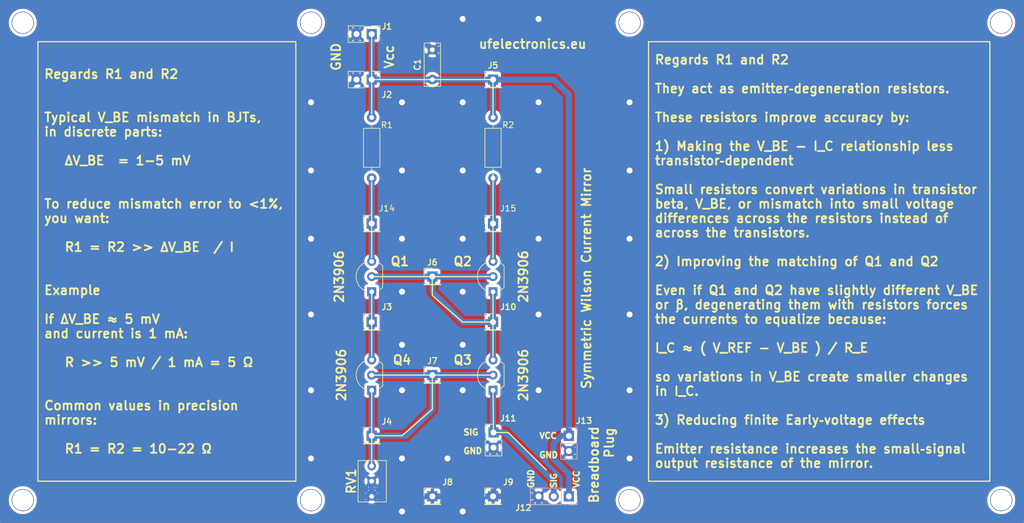
<source format=kicad_pcb>
(kicad_pcb (version 20241229) (generator "pcbnew") (generator_version "9.0")
  (layers (0 "F.Cu" signal) (2 "B.Cu" signal) (13 "F.Paste" user) (15 "B.Paste" user) (5 "F.SilkS" user "F.Silkscreen") (7 "B.SilkS" user "B.Silkscreen") (1 "F.Mask" user) (3 "B.Mask" user) (25 "Edge.Cuts" user))
  (net 0 "")
  (net 1 "Gnd")
  (net 2 "Net-(J4-Pin_1)")
  (net 3 "Net-(J3-Pin_1)")
  (net 4 "Net-(J10-Pin_1)")
  (net 5 "Vout")
  (net 6 "Net-(J1-Pin_1)")
  (net 7 "Net-(J14-Pin_1)")
  (net 8 "Net-(J15-Pin_1)")
  (footprint "Package_TO_SOT_THT:TO-92_Inline_Wide" (layer "F.Cu") (at 160.02 135.255 90)
    (property "Reference" "Q3" (at 5.08 -5.08 0) (layer "F.SilkS") (effects (font (size 1.5 1.5) (thickness 0.3))))
    (property "Value" "2N3906" (at 2.54 5.08 90) (layer "F.SilkS") (effects (font (size 1.5 1.5) (thickness 0.3))))
    (fp_line (start 0.74 1.85) (end 4.34 1.85) (stroke (width 0.12)) (layer "F.SilkS"))
    (fp_arc (start 2.54 -2.6) (mid 3.936979 -2.192818) (end 4.8964 -1.098807) (stroke (width 0.12)) (layer "F.SilkS"))
    (fp_arc (start 0.1836 -1.098807) (mid 1.143021 -2.192817) (end 2.54 -2.6) (stroke (width 0.12)) (layer "F.SilkS"))
    (fp_arc (start 4.864184 1.122795) (mid 4.633903 1.509328) (end 4.34 1.85) (stroke (width 0.12)) (layer "F.SilkS"))
    (fp_arc (start 0.74 1.85) (mid 0.446097 1.509328) (end 0.215816 1.122795) (stroke (width 0.12)) (layer "F.SilkS"))
    (pad "1" thru_hole rect (at 0 0 90) (size 1.5 1.5) (drill 0.8) (layers "*.Cu" "*.Mask") (net 5 "Vout"))
    (pad "2" thru_hole circle (at 2.54 0 90) (size 1.5 1.5) (drill 0.8) (layers "*.Cu" "*.Mask") (net 2 "Net-(J4-Pin_1)"))
    (pad "3" thru_hole circle (at 5.08 0 90) (size 1.5 1.5) (drill 0.8) (layers "*.Cu" "*.Mask") (net 4 "Net-(J10-Pin_1)"))
  )
  (footprint "MountingHole:MountingHole_3.5mm" (layer "F.Cu") (at 129.54 153.67)
    (property "Reference" "REF**" (hide yes))
    (property "Value" "MountingHole_3.5mm" (hide yes))
    (pad "" np_thru_hole circle (at 0 0) (size 3.5 3.5) (drill 3.5) (layers "*.Cu" "*.Mask"))
  )
  (footprint "Connector_PinHeader_2.54mm:PinHeader_1x02_P2.54mm_Vertical" (layer "F.Cu") (at 160.1 142.335)
    (property "Reference" "J11" (at 2.46 -2.38 0) (layer "F.SilkS") (effects (font (thickness 0.2) (bold yes))))
    (property "Value" "Conn_01x02_Pin" (hide yes))
    (fp_line (start -1.38 -1.38) (end 0 -1.38) (stroke (width 0.12)) (layer "F.SilkS"))
    (fp_line (start -1.38 0) (end -1.38 -1.38) (stroke (width 0.12)) (layer "F.SilkS"))
    (fp_line (start -1.38 1.27) (end -1.38 3.92) (stroke (width 0.12)) (layer "F.SilkS"))
    (fp_line (start -1.38 1.27) (end 1.38 1.27) (stroke (width 0.12)) (layer "F.SilkS"))
    (fp_line (start -1.38 3.92) (end 1.38 3.92) (stroke (width 0.12)) (layer "F.SilkS"))
    (fp_line (start 1.38 1.27) (end 1.38 3.92) (stroke (width 0.12)) (layer "F.SilkS"))
    (pad "1" thru_hole rect (at 0 0) (size 1.7 1.7) (drill 1) (layers "*.Cu" "*.Mask") (net 5 "Vout"))
    (pad "2" thru_hole circle (at 0 2.54) (size 1.7 1.7) (drill 1) (layers "*.Cu" "*.Mask") (net 1 "Gnd"))
  )
  (footprint "MountingHole:MountingHole_3.5mm" (layer "F.Cu") (at 129.54 73.66)
    (property "Reference" "REF**" (hide yes))
    (property "Value" "MountingHole_3.5mm" (hide yes))
    (pad "" np_thru_hole circle (at 0 0) (size 3.5 3.5) (drill 3.5) (layers "*.Cu" "*.Mask"))
  )
  (footprint "Resistor_THT:R_Axial_DIN0207_L6.3mm_D2.5mm_P10.16mm_Horizontal" (layer "F.Cu") (at 139.7 89.535 -90)
    (property "Reference" "R1" (at 1.27 -2.54 0) (layer "F.SilkS"))
    (property "Value" "18.2")
    (fp_line (start 1.04 0) (end 1.81 0) (stroke (width 0.12)) (layer "F.SilkS"))
    (fp_line (start 9.12 0) (end 8.35 0) (stroke (width 0.12)) (layer "F.SilkS"))
    (fp_rect (start 1.81 -1.37) (end 8.35 1.37) (stroke (width 0.12)) (fill no) (layer "F.SilkS"))
    (pad "1" thru_hole circle (at 0 0 270) (size 1.6 1.6) (drill 0.8) (layers "*.Cu" "*.Mask") (net 6 "Net-(J1-Pin_1)"))
    (pad "2" thru_hole circle (at 10.16 0 270) (size 1.6 1.6) (drill 0.8) (layers "*.Cu" "*.Mask") (net 7 "Net-(J14-Pin_1)"))
  )
  (footprint "Package_TO_SOT_THT:TO-92_Inline_Wide" (layer "F.Cu") (at 160.02 118.745 90)
    (property "Reference" "Q2" (at 5.08 -5.08 0) (layer "F.SilkS") (effects (font (size 1.5 1.5) (thickness 0.3))))
    (property "Value" "2N3906" (at 2.54 5.08 90) (layer "F.SilkS") (effects (font (size 1.5 1.5) (thickness 0.3) (bold yes))))
    (fp_line (start 0.74 1.85) (end 4.34 1.85) (stroke (width 0.12)) (layer "F.SilkS"))
    (fp_arc (start 2.54 -2.6) (mid 3.936979 -2.192818) (end 4.8964 -1.098807) (stroke (width 0.12)) (layer "F.SilkS"))
    (fp_arc (start 0.1836 -1.098807) (mid 1.143021 -2.192817) (end 2.54 -2.6) (stroke (width 0.12)) (layer "F.SilkS"))
    (fp_arc (start 4.864184 1.122795) (mid 4.633903 1.509328) (end 4.34 1.85) (stroke (width 0.12)) (layer "F.SilkS"))
    (fp_arc (start 0.74 1.85) (mid 0.446097 1.509328) (end 0.215816 1.122795) (stroke (width 0.12)) (layer "F.SilkS"))
    (pad "1" thru_hole rect (at 0 0 90) (size 1.5 1.5) (drill 0.8) (layers "*.Cu" "*.Mask") (net 4 "Net-(J10-Pin_1)"))
    (pad "2" thru_hole circle (at 2.54 0 90) (size 1.5 1.5) (drill 0.8) (layers "*.Cu" "*.Mask") (net 4 "Net-(J10-Pin_1)"))
    (pad "3" thru_hole circle (at 5.08 0 90) (size 1.5 1.5) (drill 0.8) (layers "*.Cu" "*.Mask") (net 8 "Net-(J15-Pin_1)"))
  )
  (footprint "Connector_PinHeader_2.54mm:PinHeader_1x01_P2.54mm_Vertical" (layer "F.Cu") (at 160.02 107.315)
    (property "Reference" "J15" (at 2.54 -2.54 0) (layer "F.SilkS"))
    (property "Value" "Conn_01x01_Pin" (hide yes))
    (fp_line (start -1.38 -1.38) (end 0 -1.38) (stroke (width 0.12)) (layer "F.SilkS"))
    (fp_line (start -1.38 0) (end -1.38 -1.38) (stroke (width 0.12)) (layer "F.SilkS"))
    (fp_line (start -1.38 1.27) (end -1.38 1.38) (stroke (width 0.12)) (layer "F.SilkS"))
    (fp_line (start -1.38 1.27) (end 1.38 1.27) (stroke (width 0.12)) (layer "F.SilkS"))
    (fp_line (start -1.38 1.38) (end 1.38 1.38) (stroke (width 0.12)) (layer "F.SilkS"))
    (fp_line (start 1.38 1.27) (end 1.38 1.38) (stroke (width 0.12)) (layer "F.SilkS"))
    (pad "1" thru_hole rect (at 0 0) (size 1.7 1.7) (drill 1) (layers "*.Cu" "*.Mask") (net 8 "Net-(J15-Pin_1)"))
  )
  (footprint "Capacitor_THT:C_Disc_D7.0mm_W2.5mm_P5.00mm" (layer "F.Cu") (at 149.86 83.185 90)
    (property "Reference" "C1" (at 2.5 -2.5 90) (layer "F.SilkS") (effects (font (thickness 0.2) (bold yes))))
    (property "Value" "1uF")
    (fp_line (start 6.12 -1.37) (end 6.12 1.37) (stroke (width 0.12)) (layer "F.SilkS"))
    (fp_line (start -1.12 -1.37) (end 6.12 -1.37) (stroke (width 0.12)) (layer "F.SilkS"))
    (fp_line (start 6.12 1.37) (end -1.12 1.37) (stroke (width 0.12)) (layer "F.SilkS"))
    (fp_line (start -1.12 1.37) (end -1.12 -1.37) (stroke (width 0.12)) (layer "F.SilkS"))
    (pad "1" thru_hole circle (at 0 0 90) (size 1.6 1.6) (drill 0.8) (layers "*.Cu" "*.Mask") (net 6 "Net-(J1-Pin_1)"))
    (pad "2" thru_hole circle (at 5 0 90) (size 1.6 1.6) (drill 0.8) (layers "*.Cu" "*.Mask") (net 1 "Gnd"))
  )
  (footprint "Potentiometer_THT:Potentiometer_Bourns_3266Y_Vertical" (layer "F.Cu") (at 139.7 147.955 90)
    (property "Reference" "RV1" (at -2.54 -3.41 90) (layer "F.SilkS") (effects (font (size 1.5 1.5) (thickness 0.3) (bold yes))))
    (property "Value" "10k")
    (fp_line (start 0.925 -2.27) (end 0.925 -0.217) (stroke (width 0.12)) (layer "F.SilkS"))
    (fp_line (start -6.005 -2.27) (end 0.925 -2.27) (stroke (width 0.12)) (layer "F.SilkS"))
    (fp_line (start -6.005 -0.217) (end -6.005 -2.27) (stroke (width 0.12)) (layer "F.SilkS"))
    (fp_line (start 0.925 0.217) (end 0.925 2.45) (stroke (width 0.12)) (layer "F.SilkS"))
    (fp_line (start 0.925 2.45) (end -6.005 2.45) (stroke (width 0.12)) (layer "F.SilkS"))
    (fp_line (start -6.005 2.45) (end -6.005 0.217) (stroke (width 0.12)) (layer "F.SilkS"))
    (pad "1" thru_hole circle (at 0 0 90) (size 1.44 1.44) (drill 0.8) (layers "*.Cu" "*.Mask") (net 2 "Net-(J4-Pin_1)"))
    (pad "2" thru_hole circle (at -2.54 0 90) (size 1.44 1.44) (drill 0.8) (layers "*.Cu" "*.Mask") (net 1 "Gnd"))
    (pad "3" thru_hole circle (at -5.08 0 90) (size 1.44 1.44) (drill 0.8) (layers "*.Cu" "*.Mask") (net 1 "Gnd"))
  )
  (footprint "Connector_PinHeader_2.54mm:PinHeader_1x01_P2.54mm_Vertical" (layer "F.Cu") (at 139.7 107.315)
    (property "Reference" "J14" (at 2.54 -2.54 0) (layer "F.SilkS"))
    (property "Value" "Conn_01x01_Pin" (hide yes))
    (fp_line (start -1.38 -1.38) (end 0 -1.38) (stroke (width 0.12)) (layer "F.SilkS"))
    (fp_line (start -1.38 0) (end -1.38 -1.38) (stroke (width 0.12)) (layer "F.SilkS"))
    (fp_line (start -1.38 1.27) (end -1.38 1.38) (stroke (width 0.12)) (layer "F.SilkS"))
    (fp_line (start -1.38 1.27) (end 1.38 1.27) (stroke (width 0.12)) (layer "F.SilkS"))
    (fp_line (start -1.38 1.38) (end 1.38 1.38) (stroke (width 0.12)) (layer "F.SilkS"))
    (fp_line (start 1.38 1.27) (end 1.38 1.38) (stroke (width 0.12)) (layer "F.SilkS"))
    (pad "1" thru_hole rect (at 0 0) (size 1.7 1.7) (drill 1) (layers "*.Cu" "*.Mask") (net 7 "Net-(J14-Pin_1)"))
  )
  (footprint "Connector_PinHeader_2.54mm:PinHeader_1x01_P2.54mm_Vertical" (layer "F.Cu") (at 160.02 83.185)
    (property "Reference" "J5" (at 0 -2.38 0) (layer "F.SilkS") (effects (font (thickness 0.2) (bold yes))))
    (property "Value" "Conn_01x01_Pin" (hide yes))
    (fp_line (start -1.38 -1.38) (end 0 -1.38) (stroke (width 0.12)) (layer "F.SilkS"))
    (fp_line (start -1.38 0) (end -1.38 -1.38) (stroke (width 0.12)) (layer "F.SilkS"))
    (fp_line (start -1.38 1.27) (end -1.38 1.38) (stroke (width 0.12)) (layer "F.SilkS"))
    (fp_line (start -1.38 1.27) (end 1.38 1.27) (stroke (width 0.12)) (layer "F.SilkS"))
    (fp_line (start -1.38 1.38) (end 1.38 1.38) (stroke (width 0.12)) (layer "F.SilkS"))
    (fp_line (start 1.38 1.27) (end 1.38 1.38) (stroke (width 0.12)) (layer "F.SilkS"))
    (pad "1" thru_hole rect (at 0 0) (size 1.7 1.7) (drill 1) (layers "*.Cu" "*.Mask") (net 6 "Net-(J1-Pin_1)"))
  )
  (footprint "Package_TO_SOT_THT:TO-92_Inline_Wide" (layer "F.Cu") (at 139.7 118.745 90)
    (property "Reference" "Q1" (at 5.08 4.715 0) (layer "F.SilkS") (effects (font (size 1.5 1.5) (thickness 0.3))))
    (property "Value" "2N3906" (at 2.54 -5.445 90) (layer "F.SilkS") (effects (font (size 1.5 1.5) (thickness 0.3))))
    (fp_line (start 0.74 1.85) (end 4.34 1.85) (stroke (width 0.12)) (layer "F.SilkS"))
    (fp_arc (start 2.54 -2.6) (mid 3.936979 -2.192818) (end 4.8964 -1.098807) (stroke (width 0.12)) (layer "F.SilkS"))
    (fp_arc (start 0.1836 -1.098807) (mid 1.143021 -2.192817) (end 2.54 -2.6) (stroke (width 0.12)) (layer "F.SilkS"))
    (fp_arc (start 4.864184 1.122795) (mid 4.633903 1.509328) (end 4.34 1.85) (stroke (width 0.12)) (layer "F.SilkS"))
    (fp_arc (start 0.74 1.85) (mid 0.446097 1.509328) (end 0.215816 1.122795) (stroke (width 0.12)) (layer "F.SilkS"))
    (pad "1" thru_hole rect (at 0 0 90) (size 1.5 1.5) (drill 0.8) (layers "*.Cu" "*.Mask") (net 3 "Net-(J3-Pin_1)"))
    (pad "2" thru_hole circle (at 2.54 0 90) (size 1.5 1.5) (drill 0.8) (layers "*.Cu" "*.Mask") (net 4 "Net-(J10-Pin_1)"))
    (pad "3" thru_hole circle (at 5.08 0 90) (size 1.5 1.5) (drill 0.8) (layers "*.Cu" "*.Mask") (net 7 "Net-(J14-Pin_1)"))
  )
  (footprint "MountingHole:MountingHole_3.5mm" (layer "F.Cu") (at 182.88 153.67)
    (property "Reference" "REF**" (hide yes))
    (property "Value" "MountingHole_3.5mm" (hide yes))
    (pad "" np_thru_hole circle (at 0 0) (size 3.5 3.5) (drill 3.5) (layers "*.Cu" "*.Mask"))
  )
  (footprint "Connector_PinHeader_2.54mm:PinHeader_1x01_P2.54mm_Vertical" (layer "F.Cu") (at 160.02 123.825)
    (property "Reference" "J10" (at 2.54 -2.54 0) (layer "F.SilkS") (effects (font (thickness 0.2) (bold yes))))
    (property "Value" "Conn_01x01_Pin" (hide yes))
    (fp_line (start -1.38 -1.38) (end 0 -1.38) (stroke (width 0.12)) (layer "F.SilkS"))
    (fp_line (start -1.38 0) (end -1.38 -1.38) (stroke (width 0.12)) (layer "F.SilkS"))
    (fp_line (start -1.38 1.27) (end -1.38 1.38) (stroke (width 0.12)) (layer "F.SilkS"))
    (fp_line (start -1.38 1.27) (end 1.38 1.27) (stroke (width 0.12)) (layer "F.SilkS"))
    (fp_line (start -1.38 1.38) (end 1.38 1.38) (stroke (width 0.12)) (layer "F.SilkS"))
    (fp_line (start 1.38 1.27) (end 1.38 1.38) (stroke (width 0.12)) (layer "F.SilkS"))
    (pad "1" thru_hole rect (at 0 0) (size 1.7 1.7) (drill 1) (layers "*.Cu" "*.Mask") (net 4 "Net-(J10-Pin_1)"))
  )
  (footprint "Connector_PinHeader_2.54mm:PinHeader_1x01_P2.54mm_Vertical" (layer "F.Cu") (at 149.86 153.035)
    (property "Reference" "J8" (at 2.54 -2.38 0) (layer "F.SilkS") (effects (font (thickness 0.2) (bold yes))))
    (property "Value" "Conn_01x01_Pin" (hide yes))
    (fp_line (start -1.38 -1.38) (end 0 -1.38) (stroke (width 0.12)) (layer "F.SilkS"))
    (fp_line (start -1.38 0) (end -1.38 -1.38) (stroke (width 0.12)) (layer "F.SilkS"))
    (fp_line (start -1.38 1.27) (end -1.38 1.38) (stroke (width 0.12)) (layer "F.SilkS"))
    (fp_line (start -1.38 1.27) (end 1.38 1.27) (stroke (width 0.12)) (layer "F.SilkS"))
    (fp_line (start -1.38 1.38) (end 1.38 1.38) (stroke (width 0.12)) (layer "F.SilkS"))
    (fp_line (start 1.38 1.27) (end 1.38 1.38) (stroke (width 0.12)) (layer "F.SilkS"))
    (pad "1" thru_hole rect (at 0 0) (size 1.7 1.7) (drill 1) (layers "*.Cu" "*.Mask") (net 1 "Gnd"))
  )
  (footprint "Connector_PinHeader_2.54mm:PinHeader_1x01_P2.54mm_Vertical" (layer "F.Cu") (at 149.86 116.205)
    (property "Reference" "J6" (at 0 -2.38 0) (layer "F.SilkS") (effects (font (thickness 0.2) (bold yes))))
    (property "Value" "Conn_01x01_Pin" (hide yes))
    (fp_line (start -1.38 -1.38) (end 0 -1.38) (stroke (width 0.12)) (layer "F.SilkS"))
    (fp_line (start -1.38 0) (end -1.38 -1.38) (stroke (width 0.12)) (layer "F.SilkS"))
    (fp_line (start -1.38 1.27) (end -1.38 1.38) (stroke (width 0.12)) (layer "F.SilkS"))
    (fp_line (start -1.38 1.27) (end 1.38 1.27) (stroke (width 0.12)) (layer "F.SilkS"))
    (fp_line (start -1.38 1.38) (end 1.38 1.38) (stroke (width 0.12)) (layer "F.SilkS"))
    (fp_line (start 1.38 1.27) (end 1.38 1.38) (stroke (width 0.12)) (layer "F.SilkS"))
    (pad "1" thru_hole rect (at 0 0) (size 1.7 1.7) (drill 1) (layers "*.Cu" "*.Mask") (net 4 "Net-(J10-Pin_1)"))
  )
  (footprint "MountingHole:MountingHole_3.5mm" (layer "F.Cu") (at 245.11 73.66)
    (property "Reference" "REF**" (hide yes))
    (property "Value" "MountingHole_3.5mm" (hide yes))
    (pad "" np_thru_hole circle (at 0 0) (size 3.5 3.5) (drill 3.5) (layers "*.Cu" "*.Mask"))
  )
  (footprint "Connector_PinHeader_2.54mm:PinHeader_1x01_P2.54mm_Vertical" (layer "F.Cu") (at 139.7 123.825)
    (property "Reference" "J3" (at 2.54 -2.54 0) (layer "F.SilkS") (effects (font (thickness 0.2) (bold yes))))
    (property "Value" "Conn_01x01_Pin" (hide yes))
    (fp_line (start -1.38 -1.38) (end 0 -1.38) (stroke (width 0.12)) (layer "F.SilkS"))
    (fp_line (start -1.38 0) (end -1.38 -1.38) (stroke (width 0.12)) (layer "F.SilkS"))
    (fp_line (start -1.38 1.27) (end -1.38 1.38) (stroke (width 0.12)) (layer "F.SilkS"))
    (fp_line (start -1.38 1.27) (end 1.38 1.27) (stroke (width 0.12)) (layer "F.SilkS"))
    (fp_line (start -1.38 1.38) (end 1.38 1.38) (stroke (width 0.12)) (layer "F.SilkS"))
    (fp_line (start 1.38 1.27) (end 1.38 1.38) (stroke (width 0.12)) (layer "F.SilkS"))
    (pad "1" thru_hole rect (at 0 0) (size 1.7 1.7) (drill 1) (layers "*.Cu" "*.Mask") (net 3 "Net-(J3-Pin_1)"))
  )
  (footprint "Connector_PinHeader_2.54mm:PinHeader_1x01_P2.54mm_Vertical" (layer "F.Cu") (at 139.7 142.875)
    (property "Reference" "J4" (at 2.54 -2.38 0) (layer "F.SilkS") (effects (font (thickness 0.2) (bold yes))))
    (property "Value" "Conn_01x01_Pin" (hide yes))
    (fp_line (start -1.38 -1.38) (end 0 -1.38) (stroke (width 0.12)) (layer "F.SilkS"))
    (fp_line (start -1.38 0) (end -1.38 -1.38) (stroke (width 0.12)) (layer "F.SilkS"))
    (fp_line (start -1.38 1.27) (end -1.38 1.38) (stroke (width 0.12)) (layer "F.SilkS"))
    (fp_line (start -1.38 1.27) (end 1.38 1.27) (stroke (width 0.12)) (layer "F.SilkS"))
    (fp_line (start -1.38 1.38) (end 1.38 1.38) (stroke (width 0.12)) (layer "F.SilkS"))
    (fp_line (start 1.38 1.27) (end 1.38 1.38) (stroke (width 0.12)) (layer "F.SilkS"))
    (pad "1" thru_hole rect (at 0 0) (size 1.7 1.7) (drill 1) (layers "*.Cu" "*.Mask") (net 2 "Net-(J4-Pin_1)"))
  )
  (footprint "MountingHole:MountingHole_3.5mm" (layer "F.Cu") (at 81.28 73.66)
    (property "Reference" "REF**" (hide yes))
    (property "Value" "MountingHole_3.5mm" (hide yes))
    (pad "" np_thru_hole circle (at 0 0) (size 3.5 3.5) (drill 3.5) (layers "*.Cu" "*.Mask"))
  )
  (footprint "Resistor_THT:R_Axial_DIN0207_L6.3mm_D2.5mm_P10.16mm_Horizontal" (layer "F.Cu") (at 160.02 89.535 -90)
    (property "Reference" "R2" (at 1.27 -2.54 0) (layer "F.SilkS"))
    (property "Value" "18.2")
    (fp_line (start 1.04 0) (end 1.81 0) (stroke (width 0.12)) (layer "F.SilkS"))
    (fp_line (start 9.12 0) (end 8.35 0) (stroke (width 0.12)) (layer "F.SilkS"))
    (fp_rect (start 1.81 -1.37) (end 8.35 1.37) (stroke (width 0.12)) (fill no) (layer "F.SilkS"))
    (pad "1" thru_hole circle (at 0 0 270) (size 1.6 1.6) (drill 0.8) (layers "*.Cu" "*.Mask") (net 6 "Net-(J1-Pin_1)"))
    (pad "2" thru_hole circle (at 10.16 0 270) (size 1.6 1.6) (drill 0.8) (layers "*.Cu" "*.Mask") (net 8 "Net-(J15-Pin_1)"))
  )
  (footprint "MountingHole:MountingHole_3.5mm" (layer "F.Cu") (at 182.88 73.66)
    (property "Reference" "REF**" (hide yes))
    (property "Value" "MountingHole_3.5mm" (hide yes))
    (pad "" np_thru_hole circle (at 0 0) (size 3.5 3.5) (drill 3.5) (layers "*.Cu" "*.Mask"))
  )
  (footprint "MountingHole:MountingHole_3.5mm" (layer "F.Cu") (at 245.11 153.67)
    (property "Reference" "REF**" (hide yes))
    (property "Value" "MountingHole_3.5mm" (hide yes))
    (pad "" np_thru_hole circle (at 0 0) (size 3.5 3.5) (drill 3.5) (layers "*.Cu" "*.Mask"))
  )
  (footprint "Connector_PinHeader_2.54mm:PinHeader_1x01_P2.54mm_Vertical" (layer "F.Cu") (at 160.02 153.035)
    (property "Reference" "J9" (at 2.54 -2.38 0) (layer "F.SilkS") (effects (font (thickness 0.2) (bold yes))))
    (property "Value" "Conn_01x01_Pin" (hide yes))
    (fp_line (start -1.38 -1.38) (end 0 -1.38) (stroke (width 0.12)) (layer "F.SilkS"))
    (fp_line (start -1.38 0) (end -1.38 -1.38) (stroke (width 0.12)) (layer "F.SilkS"))
    (fp_line (start -1.38 1.27) (end -1.38 1.38) (stroke (width 0.12)) (layer "F.SilkS"))
    (fp_line (start -1.38 1.27) (end 1.38 1.27) (stroke (width 0.12)) (layer "F.SilkS"))
    (fp_line (start -1.38 1.38) (end 1.38 1.38) (stroke (width 0.12)) (layer "F.SilkS"))
    (fp_line (start 1.38 1.27) (end 1.38 1.38) (stroke (width 0.12)) (layer "F.SilkS"))
    (pad "1" thru_hole rect (at 0 0) (size 1.7 1.7) (drill 1) (layers "*.Cu" "*.Mask") (net 1 "Gnd"))
  )
  (footprint "Package_TO_SOT_THT:TO-92_Inline_Wide" (layer "F.Cu") (at 139.7 135.255 90)
    (property "Reference" "Q4" (at 5.08 5.08 0) (layer "F.SilkS") (effects (font (size 1.5 1.5) (thickness 0.3))))
    (property "Value" "2N3906" (at 2.575 -5.08 90) (layer "F.SilkS") (effects (font (size 1.5 1.5) (thickness 0.3))))
    (fp_line (start 0.74 1.85) (end 4.34 1.85) (stroke (width 0.12)) (layer "F.SilkS"))
    (fp_arc (start 2.54 -2.6) (mid 3.936979 -2.192818) (end 4.8964 -1.098807) (stroke (width 0.12)) (layer "F.SilkS"))
    (fp_arc (start 0.1836 -1.098807) (mid 1.143021 -2.192817) (end 2.54 -2.6) (stroke (width 0.12)) (layer "F.SilkS"))
    (fp_arc (start 4.864184 1.122795) (mid 4.633903 1.509328) (end 4.34 1.85) (stroke (width 0.12)) (layer "F.SilkS"))
    (fp_arc (start 0.74 1.85) (mid 0.446097 1.509328) (end 0.215816 1.122795) (stroke (width 0.12)) (layer "F.SilkS"))
    (pad "1" thru_hole rect (at 0 0 90) (size 1.5 1.5) (drill 0.8) (layers "*.Cu" "*.Mask") (net 2 "Net-(J4-Pin_1)"))
    (pad "2" thru_hole circle (at 2.54 0 90) (size 1.5 1.5) (drill 0.8) (layers "*.Cu" "*.Mask") (net 2 "Net-(J4-Pin_1)"))
    (pad "3" thru_hole circle (at 5.08 0 90) (size 1.5 1.5) (drill 0.8) (layers "*.Cu" "*.Mask") (net 3 "Net-(J3-Pin_1)"))
  )
  (footprint "Connector_PinHeader_2.54mm:PinHeader_1x01_P2.54mm_Vertical" (layer "F.Cu") (at 149.86 132.715)
    (property "Reference" "J7" (at 0 -2.38 0) (layer "F.SilkS") (effects (font (thickness 0.2) (bold yes))))
    (property "Value" "Conn_01x01_Pin" (hide yes))
    (fp_line (start -1.38 -1.38) (end 0 -1.38) (stroke (width 0.12)) (layer "F.SilkS"))
    (fp_line (start -1.38 0) (end -1.38 -1.38) (stroke (width 0.12)) (layer "F.SilkS"))
    (fp_line (start -1.38 1.27) (end -1.38 1.38) (stroke (width 0.12)) (layer "F.SilkS"))
    (fp_line (start -1.38 1.27) (end 1.38 1.27) (stroke (width 0.12)) (layer "F.SilkS"))
    (fp_line (start -1.38 1.38) (end 1.38 1.38) (stroke (width 0.12)) (layer "F.SilkS"))
    (fp_line (start 1.38 1.27) (end 1.38 1.38) (stroke (width 0.12)) (layer "F.SilkS"))
    (pad "1" thru_hole rect (at 0 0) (size 1.7 1.7) (drill 1) (layers "*.Cu" "*.Mask") (net 2 "Net-(J4-Pin_1)"))
  )
  (footprint "Connector_PinHeader_2.54mm:PinHeader_1x02_P2.54mm_Vertical" (layer "F.Cu") (at 139.7 75.565 -90)
    (property "Reference" "J1" (at -1.27 -2.54 0) (layer "F.SilkS") (effects (font (thickness 0.2) (bold yes))))
    (property "Value" "Conn_01x02_Pin" (hide yes))
    (fp_line (start -1.38 3.92) (end 1.38 3.92) (stroke (width 0.12)) (layer "F.SilkS"))
    (fp_line (start -1.38 1.27) (end -1.38 3.92) (stroke (width 0.12)) (layer "F.SilkS"))
    (fp_line (start -1.38 1.27) (end 1.38 1.27) (stroke (width 0.12)) (layer "F.SilkS"))
    (fp_line (start 1.38 1.27) (end 1.38 3.92) (stroke (width 0.12)) (layer "F.SilkS"))
    (fp_line (start -1.38 0) (end -1.38 -1.38) (stroke (width 0.12)) (layer "F.SilkS"))
    (fp_line (start -1.38 -1.38) (end 0 -1.38) (stroke (width 0.12)) (layer "F.SilkS"))
    (pad "1" thru_hole rect (at 0 0 270) (size 1.7 1.7) (drill 1) (layers "*.Cu" "*.Mask") (net 6 "Net-(J1-Pin_1)"))
    (pad "2" thru_hole circle (at 0 2.54 270) (size 1.7 1.7) (drill 1) (layers "*.Cu" "*.Mask") (net 1 "Gnd"))
  )
  (footprint "MountingHole:MountingHole_3.5mm" (layer "F.Cu") (at 81.28 153.67)
    (property "Reference" "REF**" (hide yes))
    (property "Value" "MountingHole_3.5mm" (hide yes))
    (pad "" np_thru_hole circle (at 0 0) (size 3.5 3.5) (drill 3.5) (layers "*.Cu" "*.Mask"))
  )
  (footprint "Connector_PinHeader_2.54mm:PinHeader_1x02_P2.54mm_Vertical" (layer "F.Cu") (at 139.7 83.185 -90)
    (property "Reference" "J2" (at 2.54 -2.54 0) (layer "F.SilkS") (effects (font (thickness 0.2) (bold yes))))
    (property "Value" "Conn_01x02_Pin" (hide yes))
    (fp_line (start -1.38 3.92) (end 1.38 3.92) (stroke (width 0.12)) (layer "F.SilkS"))
    (fp_line (start -1.38 1.27) (end -1.38 3.92) (stroke (width 0.12)) (layer "F.SilkS"))
    (fp_line (start -1.38 1.27) (end 1.38 1.27) (stroke (width 0.12)) (layer "F.SilkS"))
    (fp_line (start 1.38 1.27) (end 1.38 3.92) (stroke (width 0.12)) (layer "F.SilkS"))
    (fp_line (start -1.38 0) (end -1.38 -1.38) (stroke (width 0.12)) (layer "F.SilkS"))
    (fp_line (start -1.38 -1.38) (end 0 -1.38) (stroke (width 0.12)) (layer "F.SilkS"))
    (pad "1" thru_hole rect (at 0 0 270) (size 1.7 1.7) (drill 1) (layers "*.Cu" "*.Mask") (net 6 "Net-(J1-Pin_1)"))
    (pad "2" thru_hole circle (at 0 2.54 270) (size 1.7 1.7) (drill 1) (layers "*.Cu" "*.Mask") (net 1 "Gnd"))
  )
  (footprint "Connector_PinHeader_2.54mm:PinHeader_1x03_P2.54mm_Vertical" (layer "B.Cu") (at 172.72 153.035 90)
    (property "Reference" "J12" (at -1.905 -7.62 180) (layer "F.SilkS") (effects (font (thickness 0.2) (bold yes))))
    (property "Value" "Conn_01x03_Pin" (hide yes))
    (fp_line (start -1.38 -6.46) (end 1.38 -6.46) (stroke (width 0.12)) (layer "B.SilkS"))
    (fp_line (start 1.38 -1.27) (end 1.38 -6.46) (stroke (width 0.12)) (layer "B.SilkS"))
    (fp_line (start -1.38 -1.27) (end -1.38 -6.46) (stroke (width 0.12)) (layer "B.SilkS"))
    (fp_line (start -1.38 -1.27) (end 1.38 -1.27) (stroke (width 0.12)) (layer "B.SilkS"))
    (fp_line (start -1.38 0) (end -1.38 1.38) (stroke (width 0.12)) (layer "B.SilkS"))
    (fp_line (start -1.38 1.38) (end 0 1.38) (stroke (width 0.12)) (layer "B.SilkS"))
    (pad "1" thru_hole rect (at 0 0 90) (size 1.7 1.7) (drill 1) (layers "*.Cu" "*.Mask") (net 6 "Net-(J1-Pin_1)"))
    (pad "2" thru_hole circle (at 0 -2.54 90) (size 1.7 1.7) (drill 1) (layers "*.Cu" "*.Mask") (net 5 "Vout"))
    (pad "3" thru_hole circle (at 0 -5.08 90) (size 1.7 1.7) (drill 1) (layers "*.Cu" "*.Mask") (net 1 "Gnd"))
  )
  (footprint "Connector_PinHeader_2.54mm:PinHeader_1x02_P2.54mm_Vertical" (layer "B.Cu") (at 172.72 142.9 180)
    (property "Reference" "J13" (at -2.54 2.54 0) (layer "F.SilkS") (effects (font (thickness 0.2) (bold yes))))
    (property "Value" "Conn_01x02_Pin" (hide yes))
    (fp_line (start 1.38 -1.27) (end 1.38 -3.92) (stroke (width 0.12)) (layer "B.SilkS"))
    (fp_line (start -1.38 1.38) (end 0 1.38) (stroke (width 0.12)) (layer "B.SilkS"))
    (fp_line (start -1.38 0) (end -1.38 1.38) (stroke (width 0.12)) (layer "B.SilkS"))
    (fp_line (start -1.38 -1.27) (end 1.38 -1.27) (stroke (width 0.12)) (layer "B.SilkS"))
    (fp_line (start -1.38 -1.27) (end -1.38 -3.92) (stroke (width 0.12)) (layer "B.SilkS"))
    (fp_line (start -1.38 -3.92) (end 1.38 -3.92) (stroke (width 0.12)) (layer "B.SilkS"))
    (pad "1" thru_hole rect (at 0 0 180) (size 1.7 1.7) (drill 1) (layers "*.Cu" "*.Mask") (net 6 "Net-(J1-Pin_1)"))
    (pad "2" thru_hole circle (at 0 -2.54 180) (size 1.7 1.7) (drill 1) (layers "*.Cu" "*.Mask") (net 1 "Gnd"))
  )
  (gr_circle (center 81.28 153.67) (end 83.03 153.67) (stroke (width 0.2)) (fill no) (layer "F.Cu"))
  (gr_circle (center 182.88 153.67) (end 184.63 153.67) (stroke (width 0.2)) (fill no) (layer "F.Cu"))
  (gr_line (start 149.86 153.035) (end 160.02 153.035) (stroke (width 0.2)) (layer "F.Cu") (net 1))
  (gr_circle (center 245.11 73.66) (end 246.86 73.66) (stroke (width 0.2)) (fill no) (layer "F.Cu"))
  (gr_line (start 139.7 153.035) (end 139.79 150.495) (stroke (width 0.2)) (layer "F.Cu") (net 1))
  (gr_circle (center 245.11 153.67) (end 246.86 153.67) (stroke (width 0.2)) (fill no) (layer "F.Cu"))
  (gr_line (start 149.86 153.035) (end 139.7 153.035) (stroke (width 0.2)) (layer "F.Cu") (net 1))
  (gr_line (start 137.16 83.82) (end 137.16 74.93) (stroke (width 0.2)) (layer "F.Cu") (net 1))
  (gr_circle (center 129.54 73.66) (end 131.29 73.66) (stroke (width 0.2)) (fill no) (layer "F.Cu"))
  (gr_circle (center 129.54 153.67) (end 131.29 153.67) (stroke (width 0.2)) (fill no) (layer "F.Cu"))
  (gr_line (start 160.02 153.035) (end 167.64 153.035) (stroke (width 0.2)) (layer "F.Cu") (net 1))
  (gr_circle (center 182.88 73.66) (end 184.63 73.66) (stroke (width 0.2)) (fill no) (layer "F.Cu"))
  (gr_circle (center 81.28 73.66) (end 83.03 73.66) (stroke (width 0.2)) (fill no) (layer "F.Cu"))
  (gr_line (start 160.06 144.78) (end 160.06 152.4) (stroke (width 0.2)) (layer "F.Cu") (net 1))
  (gr_circle (center 245.11 73.66) (end 246.86 73.66) (stroke (width 0.2)) (fill no) (layer "B.Cu"))
  (gr_circle (center 81.28 153.67) (end 83.03 153.67) (stroke (width 0.2)) (fill no) (layer "B.Cu"))
  (gr_circle (center 182.88 73.66) (end 184.63 73.66) (stroke (width 0.2)) (fill no) (layer "B.Cu"))
  (gr_circle (center 182.88 153.67) (end 184.63 153.67) (stroke (width 0.2)) (fill no) (layer "B.Cu"))
  (gr_circle (center 129.54 153.67) (end 131.29 153.67) (stroke (width 0.2)) (fill no) (layer "B.Cu"))
  (gr_circle (center 245.11 153.67) (end 246.86 153.67) (stroke (width 0.2)) (fill no) (layer "B.Cu"))
  (gr_circle (center 81.28 73.66) (end 83.03 73.66) (stroke (width 0.2)) (fill no) (layer "B.Cu"))
  (gr_circle (center 129.54 73.66) (end 131.29 73.66) (stroke (width 0.2)) (fill no) (layer "B.Cu"))
  (gr_line (start 139.7 142.875) (end 139.7 135.255) (stroke (width 0.2)) (layer "F.SilkS"))
  (gr_line (start 139.7 142.875) (end 144.78 142.875) (stroke (width 0.2)) (layer "F.SilkS"))
  (gr_line (start 160.02 83.185) (end 160.02 89.535) (stroke (width 0.2)) (layer "F.SilkS"))
  (gr_line (start 160.1 142.335) (end 162.56 142.335) (stroke (width 0.2)) (layer "F.SilkS"))
  (gr_line (start 162.56 142.335) (end 168.91 148.59) (stroke (width 0.2)) (layer "F.SilkS"))
  (gr_line (start 160.02 107.315) (end 160.02 113.03) (stroke (width 0.2)) (layer "F.SilkS"))
  (gr_line (start 139.7 123.825) (end 139.7 118.745) (stroke (width 0.2)) (layer "F.SilkS"))
  (gr_line (start 149.86 116.205) (end 149.86 119.38) (stroke (width 0.2)) (layer "F.SilkS"))
  (gr_line (start 139.7 83.185) (end 139.7 75.565) (stroke (width 0.2)) (layer "F.SilkS"))
  (gr_line (start 149.86 116.205) (end 159.66 116.205) (stroke (width 0.2)) (layer "F.SilkS"))
  (gr_line (start 160.02 129.54) (end 160.02 123.825) (stroke (width 0.2)) (layer "F.SilkS"))
  (gr_line (start 139.34 116.205) (end 149.86 116.205) (stroke (width 0.2)) (layer "F.SilkS"))
  (gr_line (start 149.86 132.715) (end 159.66 132.715) (stroke (width 0.2)) (layer "F.SilkS"))
  (gr_line (start 160.02 99.06) (end 160.02 107.315) (stroke (width 0.2)) (layer "F.SilkS"))
  (gr_line (start 160.02 118.745) (end 160.02 123.825) (stroke (width 0.2)) (layer "F.SilkS"))
  (gr_line (start 139.7 83.185) (end 139.7 88.9) (stroke (width 0.2)) (layer "F.SilkS"))
  (gr_line (start 139.7 113.03) (end 139.7 107.315) (stroke (width 0.2)) (layer "F.SilkS"))
  (gr_line (start 139.7 147.955) (end 139.7 142.875) (stroke (width 0.2)) (layer "F.SilkS"))
  (gr_line (start 149.86 119.38) (end 154.94 123.825) (stroke (width 0.2)) (layer "F.SilkS"))
  (gr_line (start 139.7 123.825) (end 139.7 129.54) (stroke (width 0.2)) (layer "F.SilkS"))
  (gr_line (start 160.1 142.335) (end 160.02 135.255) (stroke (width 0.2)) (layer "F.SilkS"))
  (gr_line (start 139.34 132.715) (end 149.86 132.715) (stroke (width 0.2)) (layer "F.SilkS"))
  (gr_line (start 139.7 100.33) (end 139.7 107.315) (stroke (width 0.2)) (layer "F.SilkS"))
  (gr_line (start 160.02 123.825) (end 154.94 123.825) (stroke (width 0.2)) (layer "F.SilkS"))
  (gr_line (start 149.86 138.43) (end 149.86 132.715) (stroke (width 0.2)) (layer "F.SilkS"))
  (gr_line (start 160.02 83.185) (end 149.86 83.185) (stroke (width 0.2)) (layer "F.SilkS"))
  (gr_line (start 144.78 142.875) (end 149.86 138.43) (stroke (width 0.2)) (layer "F.SilkS"))
  (gr_line (start 149.86 83.185) (end 139.7 83.185) (stroke (width 0.2)) (layer "F.SilkS"))
  (gr_text "GND" (at 154.94 145.415 0) (layer "F.SilkS") (effects (font (size 1 1) (thickness 0.25) (bold yes)) (justify left)))
  (gr_text "GND" (at 167.64 146.685 0) (layer "F.SilkS") (effects (font (size 1 1) (thickness 0.25) (bold yes)) (justify left bottom)))
  (gr_text "Vcc" (at 143.51 79.375 90) (layer "F.SilkS") (effects (font (size 1.5 1.5) (thickness 0.3) (bold yes)) (justify bottom)))
  (gr_text "ufelectronics.eu" (at 157.48 78.105 0) (layer "F.SilkS") (effects (font (size 1.5 1.5) (thickness 0.3) (bold yes)) (justify left bottom)))
  (gr_text "SIG" (at 154.94 142.875 0) (layer "F.SilkS") (effects (font (size 1 1) (thickness 0.25) (bold yes)) (justify left bottom)))
  (gr_text "SIG" (at 170.18 151.765 90) (layer "F.SilkS") (effects (font (size 1 1) (thickness 0.25) (bold yes)) (justify left)))
  (gr_text "Breadboard" (at 177.8 154.335 90) (layer "F.SilkS") (effects (font (size 1.5 1.5) (thickness 0.3) (bold yes)) (justify left bottom)))
  (gr_text "GND" (at 134.62 79.375 90) (layer "F.SilkS") (effects (font (size 1.5 1.5) (thickness 0.3) (bold yes)) (justify bottom)))
  (gr_text "Symmetric Wilson Current Mirror" (at 176.53 97.79 90) (layer "F.SilkS") (effects (font (size 1.5 1.5) (thickness 0.3) (bold yes)) (justify right bottom)))
  (gr_text "Plug" (at 180.34 146.754 90) (layer "F.SilkS") (effects (font (size 1.5 1.5) (thickness 0.3) (bold yes)) (justify left bottom)))
  (gr_text "VCC" (at 173.99 151.765 90) (layer "F.SilkS") (effects (font (size 1 1) (thickness 0.25) (bold yes)) (justify left)))
  (gr_text "VCC" (at 167.64 142.875 0) (layer "F.SilkS") (effects (font (size 1 1) (thickness 0.25) (bold yes)) (justify left)))
  (gr_text "GND" (at 166.37 151.765 90) (layer "F.SilkS") (effects (font (size 1 1) (thickness 0.25) (bold yes)) (justify left)))
  (gr_text_box "Regards R1 and R2\n\nThey act as emitter‑degeneration resistors.\n\nThese resistors improve accuracy by:\n\n1) Making the V_BE - I_C relationship less transistor‑dependent\n\nSmall resistors convert variations in transistor beta, V_BE, or mismatch into small voltage differences across the resistors instead of across the transistors.\n\n2) Improving the matching of Q1 and Q2\n\nEven if Q1 and Q2 have slightly different V_BE or β, degenerating them with resistors forces the currents to equalize because:\n\nI_C ≈ ( V_REF − V_BE ) / R_E\n \nso variations in V_BE create smaller changes in I_C.\n\n3) Reducing finite Early‑voltage effects\n\nEmitter resistance increases the small‑signal output resistance of the mirror." (start 186.055 76.835) (end 243.205 150.495) (margins 1.0025 1.0025 1.0025 1.0025) (layer "F.SilkS") (effects (font (size 1.5 1.5) (thickness 0.3) (bold yes)) (justify left)) (border yes) (stroke (width 0.2)))
  (gr_text_box "Regards R1 and R2\n\n\nTypical V_BE mismatch in BJTs, \nin discrete parts: \n\n   ΔV_BE  = 1-5 mV\n\n\nTo reduce mismatch error to <1%, \nyou want:\n\n   R1 = R2 >> ΔV_BE  / I\n\n\nExample\n\nIf ΔV_BE ≈ 5 mV \nand current is 1 mA:\n\n   R >> 5 mV / 1 mA = 5 Ω\n\n\nCommon values in precision mirrors:\n\n   R1 = R2 = 10-22 Ω" (start 83.82 76.835) (end 127 150.495) (margins 1.0025 1.0025 1.0025 1.0025) (layer "F.SilkS") (effects (font (size 1.5 1.5) (thickness 0.3) (bold yes)) (justify left)) (border yes) (stroke (width 0.2)))
  (segment (start 160.1 152.955) (end 160.02 153.035) (width 1) (layer "F.Cu") (net 1))
  (via (at 154.94 118.745) (size 1.3) (drill 1) (layers "F.Cu" "B.Cu") (net 1))
  (via (at 154.94 86.995) (size 1.3) (drill 1) (layers "F.Cu" "B.Cu") (net 1))
  (via (at 167.64 73.025) (size 1.3) (drill 1) (layers "F.Cu" "B.Cu") (net 1))
  (via (at 182.88 135.255) (size 1.3) (drill 1) (layers "F.Cu" "B.Cu") (net 1))
  (via (at 167.64 109.855) (size 1.3) (drill 1) (layers "F.Cu" "B.Cu") (net 1))
  (via (at 182.88 109.855) (size 1.3) (drill 1) (layers "F.Cu" "B.Cu") (net 1))
  (via (at 154.94 127.635) (size 1.3) (drill 1) (layers "F.Cu" "B.Cu") (net 1))
  (via (at 182.88 146.685) (size 1.3) (drill 1) (layers "F.Cu" "B.Cu") (net 1))
  (via (at 154.94 98.425) (size 1.3) (drill 1) (layers "F.Cu" "B.Cu") (net 1))
  (via (at 129.54 86.995) (size 1.3) (drill 1) (layers "F.Cu" "B.Cu") (net 1))
  (via (at 167.64 135.255) (size 1.3) (drill 1) (layers "F.Cu" "B.Cu") (net 1))
  (via (at 167.64 86.995) (size 1.3) (drill 1) (layers "F.Cu" "B.Cu") (net 1))
  (via (at 144.78 98.425) (size 1.3) (drill 1) (layers "F.Cu" "B.Cu") (net 1))
  (via (at 144.78 155.575) (size 1.3) (drill 1) (layers "F.Cu" "B.Cu") (net 1))
  (via (at 152.4 146.685) (size 1.3) (drill 1) (layers "F.Cu" "B.Cu") (net 1))
  (via (at 154.94 135.255) (size 1.3) (drill 1) (layers "F.Cu" "B.Cu") (net 1))
  (via (at 182.88 86.995) (size 1.3) (drill 1) (layers "F.Cu" "B.Cu") (net 1))
  (via (at 167.64 98.425) (size 1.3) (drill 1) (layers "F.Cu" "B.Cu") (net 1))
  (via (at 144.78 135.255) (size 1.3) (drill 1) (layers "F.Cu" "B.Cu") (net 1))
  (via (at 144.78 86.995) (size 1.3) (drill 1) (layers "F.Cu" "B.Cu") (net 1))
  (via (at 144.78 127.635) (size 1.3) (drill 1) (layers "F.Cu" "B.Cu") (net 1))
  (via (at 144.78 118.745) (size 1.3) (drill 1) (layers "F.Cu" "B.Cu") (net 1))
  (via (at 144.78 146.685) (size 1.3) (drill 1) (layers "F.Cu" "B.Cu") (net 1))
  (via (at 182.88 122.555) (size 1.3) (drill 1) (layers "F.Cu" "B.Cu") (net 1))
  (via (at 129.54 122.555) (size 1.3) (drill 1) (layers "F.Cu" "B.Cu") (net 1))
  (via (at 154.94 109.855) (size 1.3) (drill 1) (layers "F.Cu" "B.Cu") (net 1))
  (via (at 129.54 146.685) (size 1.3) (drill 1) (layers "F.Cu" "B.Cu") (net 1))
  (via (at 129.54 109.855) (size 1.3) (drill 1) (layers "F.Cu" "B.Cu") (net 1))
  (via (at 167.64 122.555) (size 1.3) (drill 1) (layers "F.Cu" "B.Cu") (net 1))
  (via (at 182.88 98.425) (size 1.3) (drill 1) (layers "F.Cu" "B.Cu") (net 1))
  (via (at 129.54 98.425) (size 1.3) (drill 1) (layers "F.Cu" "B.Cu") (net 1))
  (via (at 144.78 109.855) (size 1.3) (drill 1) (layers "F.Cu" "B.Cu") (net 1))
  (via (at 154.94 155.575) (size 1.3) (drill 1) (layers "F.Cu" "B.Cu") (net 1))
  (via (at 154.94 73.025) (size 1.3) (drill 1) (layers "F.Cu" "B.Cu") (net 1))
  (via (at 129.54 135.255) (size 1.3) (drill 1) (layers "F.Cu" "B.Cu") (net 1))
  (segment (start 177.8 141.537081) (end 177.8 84.455) (width 1) (layer "B.Cu") (net 1))
  (segment (start 137.16 74.362919) (end 137.16 75.565) (width 1) (layer "B.Cu") (net 1))
  (segment (start 171.53 78.185) (end 149.86 78.185) (width 1) (layer "B.Cu") (net 1))
  (segment (start 160.1 144.875) (end 160.1 152.955) (width 1) (layer "B.Cu") (net 1))
  (segment (start 149.86 78.185) (end 144.7 73.025) (width 1) (layer "B.Cu") (net 1))
  (segment (start 175.26 155.575) (end 175.26 146.752919) (width 1) (layer "B.Cu") (net 1))
  (segment (start 177.8 84.455) (end 171.53 78.185) (width 1) (layer "B.Cu") (net 1))
  (segment (start 144.7 73.025) (end 138.497919 73.025) (width 1) (layer "B.Cu") (net 1))
  (segment (start 138.497919 73.025) (end 137.16 74.362919) (width 1) (layer "B.Cu") (net 1))
  (segment (start 172.72 145.415) (end 173.922081 145.415) (width 1) (layer "B.Cu") (net 1))
  (segment (start 139.7 150.495) (end 139.7 153.035) (width 1) (layer "B.Cu") (net 1))
  (segment (start 167.64 155.575) (end 175.26 155.575) (width 1) (layer "B.Cu") (net 1))
  (segment (start 160.02 153.035) (end 149.86 153.035) (width 1) (layer "B.Cu") (net 1))
  (segment (start 173.922081 145.415) (end 177.8 141.537081) (width 1) (layer "B.Cu") (net 1))
  (segment (start 149.86 153.035) (end 139.7 153.035) (width 1) (layer "B.Cu") (net 1))
  (segment (start 175.26 146.752919) (end 173.922081 145.415) (width 1) (layer "B.Cu") (net 1))
  (segment (start 167.64 153.035) (end 160.02 153.035) (width 1) (layer "B.Cu") (net 1))
  (segment (start 137.16 153.035) (end 134.62 150.495) (width 1) (layer "B.Cu") (net 1))
  (segment (start 167.64 153.035) (end 167.64 155.575) (width 1) (layer "B.Cu") (net 1))
  (segment (start 137.16 75.565) (end 137.16 83.185) (width 1) (layer "B.Cu") (net 1))
  (segment (start 139.7 153.035) (end 137.16 153.035) (width 1) (layer "B.Cu") (net 1))
  (segment (start 134.62 150.495) (end 134.62 85.725) (width 1) (layer "B.Cu") (net 1))
  (segment (start 134.62 85.725) (end 137.16 83.185) (width 1) (layer "B.Cu") (net 1))
  (segment (start 149.895 132.75) (end 149.86 132.715) (width 1) (layer "F.Cu") (net 2))
  (segment (start 149.86 138.467459) (end 145.452459 142.875) (width 1) (layer "B.Cu") (net 2))
  (segment (start 139.7 135.255) (end 139.7 142.875) (width 1) (layer "B.Cu") (net 2))
  (segment (start 160.02 132.715) (end 149.86 132.715) (width 1) (layer "B.Cu") (net 2))
  (segment (start 139.7 147.955) (end 139.7 142.875) (width 1) (layer "B.Cu") (net 2))
  (segment (start 149.86 132.715) (end 149.86 138.467459) (width 1) (layer "B.Cu") (net 2))
  (segment (start 139.7 132.715) (end 149.86 132.715) (width 1) (layer "B.Cu") (net 2))
  (segment (start 145.452459 142.875) (end 139.7 142.875) (width 1) (layer "B.Cu") (net 2))
  (segment (start 139.7 130.175) (end 139.7 123.825) (width 1) (layer "B.Cu") (net 3))
  (segment (start 139.7 118.745) (end 139.7 123.825) (width 1) (layer "B.Cu") (net 3))
  (segment (start 139.7 116.205) (end 149.86 116.205) (width 1) (layer "B.Cu") (net 4))
  (segment (start 160.02 130.175) (end 160.02 123.825) (width 1) (layer "B.Cu") (net 4))
  (segment (start 154.94 123.825) (end 160.02 123.825) (width 1) (layer "B.Cu") (net 4))
  (segment (start 160.02 118.745) (end 160.02 123.825) (width 1) (layer "B.Cu") (net 4))
  (segment (start 160.02 116.205) (end 149.86 116.205) (width 1) (layer "B.Cu") (net 4))
  (segment (start 149.86 116.205) (end 149.86 118.745) (width 1) (layer "B.Cu") (net 4))
  (segment (start 149.86 118.745) (end 154.94 123.825) (width 1) (layer "B.Cu") (net 4))
  (segment (start 160.02 142.255) (end 160.1 142.335) (width 1) (layer "F.Cu") (net 5))
  (segment (start 160.1 142.335) (end 162.02 142.335) (width 1) (layer "B.Cu") (net 5))
  (segment (start 160.02 135.255) (end 160.02 142.255) (width 1) (layer "B.Cu") (net 5))
  (segment (start 170.18 150.495) (end 170.18 153.035) (width 1) (layer "B.Cu") (net 5))
  (segment (start 162.02 142.335) (end 170.18 150.495) (width 1) (layer "B.Cu") (net 5))
  (segment (start 139.7 75.565) (end 139.7 83.185) (width 1) (layer "B.Cu") (net 6))
  (segment (start 140.16 83.185) (end 160.02 83.185) (width 1) (layer "B.Cu") (net 6))
  (segment (start 170.18 146.754) (end 172.72 149.294) (width 1) (layer "B.Cu") (net 6))
  (segment (start 139.7 89.535) (end 139.7 83.185) (width 1) (layer "B.Cu") (net 6))
  (segment (start 170.18 144.145) (end 170.18 146.754) (width 1) (layer "B.Cu") (net 6))
  (segment (start 170.18 83.185) (end 160.02 83.185) (width 1) (layer "B.Cu") (net 6))
  (segment (start 171.45 142.875) (end 170.18 144.145) (width 1) (layer "B.Cu") (net 6))
  (segment (start 172.72 142.875) (end 172.72 85.725) (width 1) (layer "B.Cu") (net 6))
  (segment (start 172.72 85.725) (end 170.18 83.185) (width 1) (layer "B.Cu") (net 6))
  (segment (start 160.02 89.535) (end 160.02 83.185) (width 1) (layer "B.Cu") (net 6))
  (segment (start 172.72 149.294) (end 172.72 153.035) (width 1) (layer "B.Cu") (net 6))
  (segment (start 172.72 142.875) (end 171.45 142.875) (width 1) (layer "B.Cu") (net 6))
  (segment (start 139.7 113.665) (end 139.7 107.315) (width 1) (layer "B.Cu") (net 7))
  (segment (start 139.7 107.315) (end 139.7 99.695) (width 1) (layer "B.Cu") (net 7))
  (segment (start 160.02 107.315) (end 160.02 99.695) (width 1) (layer "B.Cu") (net 8))
  (segment (start 160.02 113.665) (end 160.02 107.315) (width 1) (layer "B.Cu") (net 8))
  (zone (net 1) (net_name "Gnd") (layers "F.Cu" "B.Cu") (connect_pads (clearance 0.5)) (min_thickness 0.25) (fill yes (thermal_gap 0.5) (thermal_bridge_width 0.5))
    (polygon (pts (xy 77.47 69.85) (xy 248.92 69.85) (xy 248.92 157.48) (xy 77.47 157.48)))
  )
  (zone (net 1) (net_name "Gnd") (layers "F.Cu" "B.Cu") (priority 2) (connect_pads (clearance 0.5)) (min_thickness 0.25) (fill yes (thermal_gap 0.5) (thermal_bridge_width 0.5))
    (polygon (pts (xy 149.86 133.35) (xy 149.86 138.43) (xy 144.78 142.875) (xy 139.7 142.875) (xy 139.7 133.35)))
  )
  (zone (net 1) (net_name "Gnd") (layers "F.Cu" "B.Cu") (priority 1) (connect_pads (clearance 0.5)) (min_thickness 0.25) (fill yes (thermal_gap 0.5) (thermal_bridge_width 0.5))
    (polygon (pts (xy 139.34 116.205) (xy 159.66 116.205) (xy 159.66 132.715) (xy 139.34 132.715)))
  )
)
</source>
